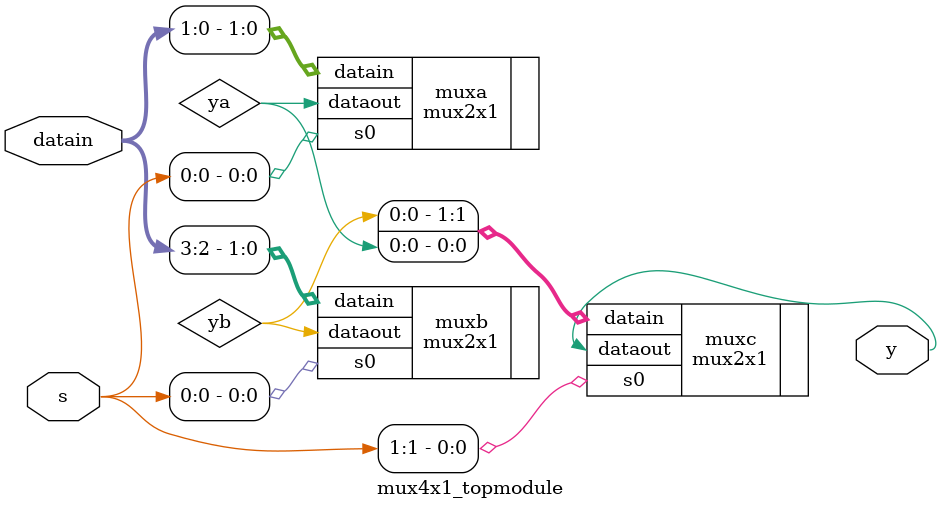
<source format=v>
`timescale 1ns / 1ps


module mux4x1_topmodule(input[3:0]datain,
                        input[1:0]s,
                        output y);
wire ya,yb; //intermediate wires inside the top module

//muxa and mux b instantiation to select betweeen 4 datain using so sel line
mux2x1 muxa(.datain({datain[1],datain[0]}),.s0(s[0]),.dataout(ya)); //here data in mux2to1 is declared in single port in the sub module so i use concantenate operator
mux2x1 muxb(.datain({datain[3],datain[2]}),.s0(s[0]),.dataout(yb));

//mux c to select between output of muxa and muxb with s1
mux2x1 muxc(.datain({yb,ya}),.s0(s[1]),.dataout(y));
                       
endmodule

</source>
